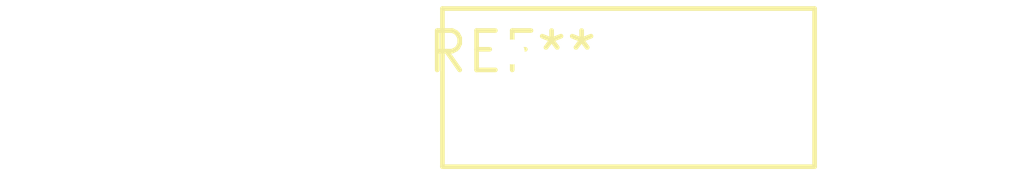
<source format=kicad_pcb>
(kicad_pcb (version 20240108) (generator pcbnew)
  (layers (0 "F.Cu" signal) (31 "B.Cu" signal) (34 "B.Paste" user) (35 "F.Paste" user) (36 "B.SilkS" user "B.Silkscreen") (37 "F.SilkS" user "F.Silkscreen") (38 "B.Mask" user) (39 "F.Mask" user) (44 "Edge.Cuts" user))
  (net 0 "")
  (footprint "RV_Disc_D12mm_W5.1mm_P7.5mm" (layer "F.Cu") (at 0 0)
    (property "Reference" "REF**")
    (property "Value" "RV_Disc_D12mm_W5.1mm_P7.5mm")
    (fp_line (start -2.25 -1.4) (end -2.25 3.7) (layer "F.SilkS") (stroke (width 0.15)))
    (fp_line (start -2.25 -1.4) (end 9.75 -1.4) (layer "F.SilkS") (stroke (width 0.15)))
    (fp_line (start -2.25 3.7) (end 9.75 3.7) (layer "F.SilkS") (stroke (width 0.15)))
    (fp_line (start 9.75 -1.4) (end 9.75 3.7) (layer "F.SilkS") (stroke (width 0.15)))
    (pad "1" thru_hole circle (at 0 0) (size 1.8 1.8) (drill 0.8) (layers *.Cu *.Mask) (remove_unused_layers))
    (pad "2" thru_hole circle (at 7.5 2.3) (size 1.8 1.8) (drill 0.8) (layers *.Cu *.Mask) (remove_unused_layers))
  )
)
</source>
